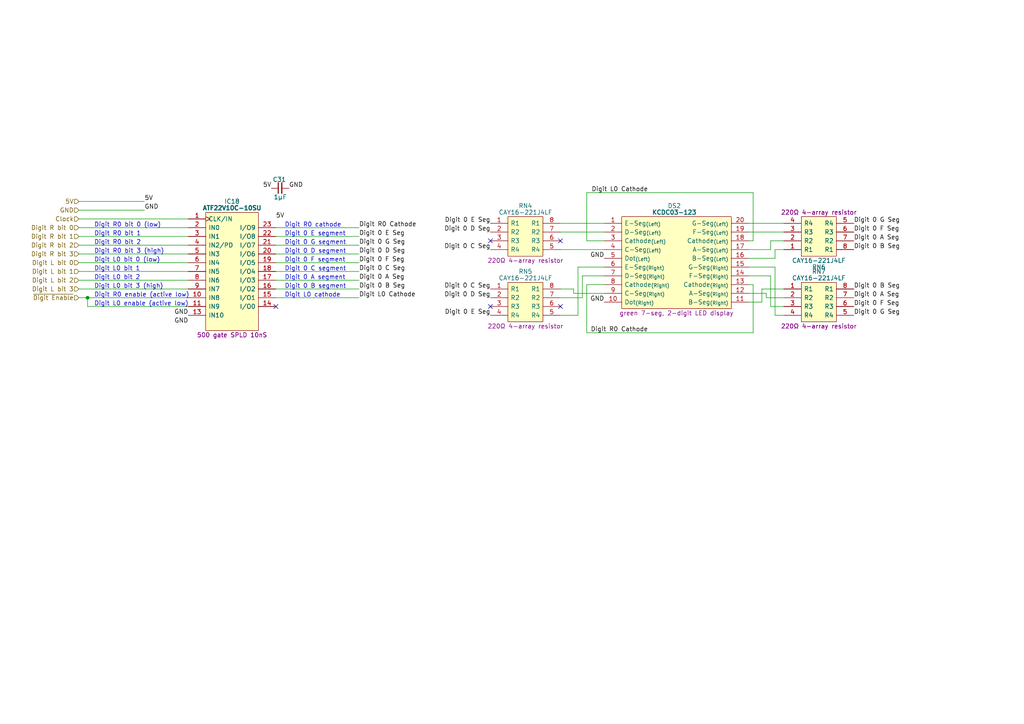
<source format=kicad_sch>
(kicad_sch (version 20230121) (generator eeschema)
  (paper "A4")
  (lib_symbols
    (symbol "Bourns:CAY16-221J4LF" (pin_names (offset 0.762))
      (property "Reference" "RN" (at 10.16 5.08 0))
      (property "Value" "CAY16-221J4LF" (at 10.16 3.175 0))
      (property "Description" "220Ω 4-array resistor" (at 10.16 -10.795 0))
      (symbol "CAY16-221J4LF_0_0"
        (pin passive line (at 0 0 0) (length 5.08) (name "R1") (number "1"))
        (pin passive line (at 0 -2.54 0) (length 5.08) (name "R2") (number "2"))
        (pin passive line (at 0 -5.08 0) (length 5.08) (name "R3") (number "3"))
        (pin passive line (at 0 -7.62 0) (length 5.08) (name "R4") (number "4"))
        (pin passive line (at 20.32 -7.62 180) (length 5.08) (name "R4") (number "5"))
        (pin passive line (at 20.32 -5.08 180) (length 5.08) (name "R3") (number "6"))
        (pin passive line (at 20.32 -2.54 180) (length 5.08) (name "R2") (number "7"))
        (pin passive line (at 20.32 0 180) (length 5.08) (name "R1") (number "8"))
      )
      (symbol "CAY16-221J4LF_0_1"
        (polyline (pts (xy 5.08 1.905) (xy 15.24 1.905) (xy 15.24 -9.525) (xy 5.08 -9.525) (xy 5.08 1.905)) (stroke (width 0.1524)) (fill (type background)))
      )
    )
    (symbol "HCP65:C_0805" (pin_numbers hide) (pin_names (offset 0.254) hide)
      (property "Reference" "C" (at 2.286 2.54 0))
      (property "Value" "?μF" (at 2.54 -2.54 0))
      (symbol "C_0805_0_1"
        (polyline (pts (xy 1.9685 -1.4605) (xy 1.9685 1.5875)) (stroke (width 0.3048)))
        (polyline (pts (xy 2.9845 -1.4605) (xy 2.9845 1.5875)) (stroke (width 0.3302)))
      )
      (symbol "C_0805_1_1"
        (pin passive line (at 0 0 0) (length 2.032) (name "~") (number "1"))
        (pin passive line (at 5.08 0 180) (length 2.032) (name "~") (number "2"))
      )
    )
    (symbol "Kingbright:KCDC03-123" (pin_names (offset 0.762))
      (property "Reference" "DS" (at 20.32 5.08 0))
      (property "Value" "KCDC03-123" (at 20.32 3.175 0))
      (property "Description" "green 7-seg, 2-digit LED display" (at 20.955 -26.035 0))
      (symbol "KCDC03-123_0_0"
        (pin input line (at 0 0 0) (length 5.08) (name "E-Seg_{(Left)}") (number "1"))
        (pin input line (at 0 -22.86 0) (length 5.08) (name "Dot_{(Right)}") (number "10"))
        (pin input line (at 41.91 -22.86 180) (length 5.08) (name "B-Seg_{(Right)}") (number "11"))
        (pin input line (at 41.91 -20.32 180) (length 5.08) (name "A-Seg_{(Right)}") (number "12"))
        (pin passive line (at 41.91 -17.78 180) (length 5.08) (name "Cathode_{(Right)}") (number "13"))
        (pin input line (at 41.91 -15.24 180) (length 5.08) (name "F-Seg_{(Right)}") (number "14"))
        (pin input line (at 41.91 -12.7 180) (length 5.08) (name "G-Seg_{(Right)}") (number "15"))
        (pin input line (at 41.91 -10.16 180) (length 5.08) (name "B-Seg_{(Left)}") (number "16"))
        (pin input line (at 41.91 -7.62 180) (length 5.08) (name "A-Seg_{(Left)}") (number "17"))
        (pin passive line (at 41.91 -5.08 180) (length 5.08) (name "Cathode_{(Left)}") (number "18"))
        (pin input line (at 41.91 -2.54 180) (length 5.08) (name "F-Seg_{(Left)}") (number "19"))
        (pin input line (at 0 -2.54 0) (length 5.08) (name "D-Seg_{(Left)}") (number "2"))
        (pin input line (at 41.91 0 180) (length 5.08) (name "G-Seg_{(Left)}") (number "20"))
        (pin passive line (at 0 -5.08 0) (length 5.08) (name "Cathode_{(Left)}") (number "3"))
        (pin input line (at 0 -7.62 0) (length 5.08) (name "C-Seg_{(Left)}") (number "4"))
        (pin input line (at 0 -10.16 0) (length 5.08) (name "Dot_{(Left)}") (number "5"))
        (pin input line (at 0 -12.7 0) (length 5.08) (name "E-Seg_{(Right)}") (number "6"))
        (pin input line (at 0 -15.24 0) (length 5.08) (name "D-Seg_{(Right)}") (number "7"))
        (pin passive line (at 0 -17.78 0) (length 5.08) (name "Cathode_{(Right)}") (number "8"))
        (pin input line (at 0 -20.32 0) (length 5.08) (name "C-Seg_{(Right)}") (number "9"))
      )
      (symbol "KCDC03-123_0_1"
        (polyline (pts (xy 5.08 1.905) (xy 36.83 1.905) (xy 36.83 -24.765) (xy 5.08 -24.765) (xy 5.08 1.905)) (stroke (width 0.1524)) (fill (type background)))
      )
    )
    (symbol "Microchip:ATF22V10C-10SU" (pin_names (offset 0.762))
      (property "Reference" "IC" (at 12.7 5.08 0))
      (property "Value" "ATF22V10C-10SU" (at 12.7 3.175 0))
      (property "Description" "500 gate SPLD 10nS" (at 12.7 -33.655 0))
      (symbol "ATF22V10C-10SU_0_0"
        (pin input clock (at 0 0 0) (length 5.08) (name "CLK/IN") (number "1"))
        (pin input line (at 0 -22.86 0) (length 5.08) (name "IN8") (number "10"))
        (pin input line (at 0 -25.4 0) (length 5.08) (name "IN9") (number "11"))
        (pin passive line (at 0 -30.48 0) (length 5.08) hide (name "GND") (number "12"))
        (pin input line (at 0 -27.94 0) (length 5.08) (name "IN10") (number "13"))
        (pin bidirectional line (at 25.4 -25.4 180) (length 5.08) (name "I/O0") (number "14"))
        (pin bidirectional line (at 25.4 -22.86 180) (length 5.08) (name "I/O1") (number "15"))
        (pin bidirectional line (at 25.4 -20.32 180) (length 5.08) (name "I/O2") (number "16"))
        (pin bidirectional line (at 25.4 -17.78 180) (length 5.08) (name "I/O3") (number "17"))
        (pin bidirectional line (at 25.4 -15.24 180) (length 5.08) (name "I/O4") (number "18"))
        (pin bidirectional line (at 25.4 -12.7 180) (length 5.08) (name "I/O5") (number "19"))
        (pin input line (at 0 -2.54 0) (length 5.08) (name "IN0") (number "2"))
        (pin bidirectional line (at 25.4 -10.16 180) (length 5.08) (name "I/O6") (number "20"))
        (pin bidirectional line (at 25.4 -7.62 180) (length 5.08) (name "I/O7") (number "21"))
        (pin bidirectional line (at 25.4 -5.08 180) (length 5.08) (name "I/O8") (number "22"))
        (pin bidirectional line (at 25.4 -2.54 180) (length 5.08) (name "I/O9") (number "23"))
        (pin passive line (at 25.4 0 180) (length 5.08) hide (name "5V") (number "24"))
        (pin input line (at 0 -5.08 0) (length 5.08) (name "IN1") (number "3"))
        (pin input line (at 0 -7.62 0) (length 5.08) (name "IN2/PD") (number "4"))
        (pin input line (at 0 -10.16 0) (length 5.08) (name "IN3") (number "5"))
        (pin input line (at 0 -12.7 0) (length 5.08) (name "IN4") (number "6"))
        (pin input line (at 0 -15.24 0) (length 5.08) (name "IN5") (number "7"))
        (pin input line (at 0 -17.78 0) (length 5.08) (name "IN6") (number "8"))
        (pin input line (at 0 -20.32 0) (length 5.08) (name "IN7") (number "9"))
      )
      (symbol "ATF22V10C-10SU_0_1"
        (polyline (pts (xy 5.08 1.905) (xy 20.32 1.905) (xy 20.32 -32.385) (xy 5.08 -32.385) (xy 5.08 1.905)) (stroke (width 0.1524)) (fill (type background)))
      )
    )
  )
  (junction (at 25.4 86.36))
  (no_connect (at 80.01 88.9))
  (no_connect (at 162.56 69.85))
  (no_connect (at 142.24 88.9))
  (no_connect (at 142.24 69.85))
  (no_connect (at 162.56 88.9))
  (wire (pts (xy 224.79 74.93) (xy 224.79 72.39)))
  (wire (pts (xy 223.52 88.9) (xy 227.33 88.9)))
  (wire (pts (xy 162.56 72.39) (xy 175.26 72.39)))
  (wire (pts (xy 217.17 85.09) (xy 222.25 85.09)))
  (wire (pts (xy 170.18 55.88) (xy 170.18 69.85)))
  (wire (pts (xy 168.91 86.36) (xy 162.56 86.36)))
  (wire (pts (xy 217.17 80.01) (xy 223.52 80.01)))
  (wire (pts (xy 25.4 86.36) (xy 54.61 86.36)))
  (wire (pts (xy 22.86 60.96) (xy 41.91 60.96)))
  (wire (pts (xy 168.91 80.01) (xy 168.91 86.36)))
  (wire (pts (xy 166.37 83.82) (xy 162.56 83.82)))
  (wire (pts (xy 22.86 71.12) (xy 54.61 71.12)))
  (wire (pts (xy 104.14 86.36) (xy 80.01 86.36)))
  (wire (pts (xy 217.17 82.55) (xy 218.44 82.55)))
  (wire (pts (xy 224.79 72.39) (xy 227.33 72.39)))
  (wire (pts (xy 22.86 58.42) (xy 41.91 58.42)))
  (wire (pts (xy 217.17 67.31) (xy 227.33 67.31)))
  (wire (pts (xy 222.25 85.09) (xy 222.25 86.36)))
  (wire (pts (xy 224.79 77.47) (xy 224.79 91.44)))
  (wire (pts (xy 217.17 87.63) (xy 220.98 87.63)))
  (wire (pts (xy 104.14 78.74) (xy 80.01 78.74)))
  (wire (pts (xy 217.17 72.39) (xy 223.52 72.39)))
  (wire (pts (xy 220.98 83.82) (xy 220.98 87.63)))
  (wire (pts (xy 166.37 85.09) (xy 175.26 85.09)))
  (wire (pts (xy 22.86 63.5) (xy 54.61 63.5)))
  (wire (pts (xy 170.18 82.55) (xy 175.26 82.55)))
  (wire (pts (xy 104.14 71.12) (xy 80.01 71.12)))
  (wire (pts (xy 217.17 77.47) (xy 224.79 77.47)))
  (wire (pts (xy 22.86 86.36) (xy 25.4 86.36)))
  (wire (pts (xy 170.18 96.52) (xy 218.44 96.52)))
  (wire (pts (xy 167.64 77.47) (xy 167.64 91.44)))
  (wire (pts (xy 223.52 80.01) (xy 223.52 88.9)))
  (wire (pts (xy 25.4 88.9) (xy 54.61 88.9)))
  (wire (pts (xy 104.14 76.2) (xy 80.01 76.2)))
  (wire (pts (xy 170.18 82.55) (xy 170.18 96.52)))
  (wire (pts (xy 224.79 91.44) (xy 227.33 91.44)))
  (wire (pts (xy 218.44 69.85) (xy 218.44 55.88)))
  (wire (pts (xy 22.86 66.04) (xy 54.61 66.04)))
  (wire (pts (xy 162.56 64.77) (xy 175.26 64.77)))
  (wire (pts (xy 227.33 83.82) (xy 220.98 83.82)))
  (wire (pts (xy 22.86 81.28) (xy 54.61 81.28)))
  (wire (pts (xy 223.52 69.85) (xy 227.33 69.85)))
  (wire (pts (xy 170.18 69.85) (xy 175.26 69.85)))
  (wire (pts (xy 217.17 64.77) (xy 227.33 64.77)))
  (wire (pts (xy 162.56 67.31) (xy 175.26 67.31)))
  (wire (pts (xy 22.86 73.66) (xy 54.61 73.66)))
  (wire (pts (xy 166.37 85.09) (xy 166.37 83.82)))
  (wire (pts (xy 175.26 80.01) (xy 168.91 80.01)))
  (wire (pts (xy 217.17 69.85) (xy 218.44 69.85)))
  (wire (pts (xy 222.25 86.36) (xy 227.33 86.36)))
  (wire (pts (xy 22.86 68.58) (xy 54.61 68.58)))
  (wire (pts (xy 104.14 68.58) (xy 80.01 68.58)))
  (wire (pts (xy 170.18 55.88) (xy 218.44 55.88)))
  (wire (pts (xy 22.86 83.82) (xy 54.61 83.82)))
  (wire (pts (xy 104.14 83.82) (xy 80.01 83.82)))
  (wire (pts (xy 175.26 77.47) (xy 167.64 77.47)))
  (wire (pts (xy 104.14 73.66) (xy 80.01 73.66)))
  (wire (pts (xy 22.86 78.74) (xy 54.61 78.74)))
  (wire (pts (xy 22.86 76.2) (xy 54.61 76.2)))
  (wire (pts (xy 25.4 86.36) (xy 25.4 88.9)))
  (wire (pts (xy 218.44 96.52) (xy 218.44 82.55)))
  (wire (pts (xy 217.17 74.93) (xy 224.79 74.93)))
  (wire (pts (xy 167.64 91.44) (xy 162.56 91.44)))
  (wire (pts (xy 104.14 66.04) (xy 80.01 66.04)))
  (wire (pts (xy 104.14 81.28) (xy 80.01 81.28)))
  (wire (pts (xy 223.52 72.39) (xy 223.52 69.85)))
  (text "Digit L0 enable (active low)" (at 27.305 88.9 0) (effects (font (size 1.27 1.27)) (justify left bottom)))
  (text "Digit R0 bit 3 (high)" (at 27.305 73.66 0) (effects (font (size 1.27 1.27)) (justify left bottom)))
  (text "Digit 0 B segment" (at 82.55 83.82 0) (effects (font (size 1.27 1.27)) (justify left bottom)))
  (text "Digit 0 F segment" (at 82.55 76.2 0) (effects (font (size 1.27 1.27)) (justify left bottom)))
  (text "Digit R0 enable (active low)" (at 27.305 86.36 0) (effects (font (size 1.27 1.27)) (justify left bottom)))
  (text "Digit 0 C segment" (at 82.55 78.74 0) (effects (font (size 1.27 1.27)) (justify left bottom)))
  (text "Digit L0 cathode" (at 82.55 86.36 0) (effects (font (size 1.27 1.27)) (justify left bottom)))
  (text "Digit 0 E segment" (at 82.55 68.58 0) (effects (font (size 1.27 1.27)) (justify left bottom)))
  (text "Digit L0 bit 0 (low)" (at 27.305 76.2 0) (effects (font (size 1.27 1.27)) (justify left bottom)))
  (text "Digit L0 bit 2" (at 27.305 81.28 0) (effects (font (size 1.27 1.27)) (justify left bottom)))
  (text "Digit R0 cathode" (at 82.55 66.04 0) (effects (font (size 1.27 1.27)) (justify left bottom)))
  (text "Digit 0 A segment" (at 82.55 81.28 0) (effects (font (size 1.27 1.27)) (justify left bottom)))
  (text "Digit R0 bit 0 (low)" (at 27.305 66.04 0) (effects (font (size 1.27 1.27)) (justify left bottom)))
  (text "Digit 0 D segment" (at 82.55 73.66 0) (effects (font (size 1.27 1.27)) (justify left bottom)))
  (text "Digit R0 bit 1" (at 27.305 68.58 0) (effects (font (size 1.27 1.27)) (justify left bottom)))
  (text "Digit 0 G segment" (at 82.55 71.12 0) (effects (font (size 1.27 1.27)) (justify left bottom)))
  (text "Digit R0 bit 2\n" (at 27.305 71.12 0) (effects (font (size 1.27 1.27)) (justify left bottom)))
  (text "Digit L0 bit 3 (high)" (at 27.305 83.82 0) (effects (font (size 1.27 1.27)) (justify left bottom)))
  (text "Digit L0 bit 1" (at 27.305 78.74 0) (effects (font (size 1.27 1.27)) (justify left bottom)))
  (label "Digit R0 Cathode" (at 104.14 66.04 0))
  (label "Digit 0 E Seg" (at 142.24 91.44 180))
  (label "Digit 0 B Seg" (at 247.65 83.82 0))
  (label "Digit 0 C Seg" (at 104.14 78.74 0))
  (label "Digit 0 E Seg" (at 104.14 68.58 0))
  (label "Digit 0 D Seg" (at 142.24 86.36 180))
  (label "5V" (at 80.01 63.5 0))
  (label "Digit 0 D Seg" (at 142.24 67.31 180))
  (label "5V" (at 41.91 58.42 0))
  (label "Digit 0 A Seg" (at 247.65 86.36 0))
  (label "GND" (at 83.82 54.61 0))
  (label "Digit 0 G Seg" (at 104.14 71.12 0))
  (label "Digit 0 A Seg" (at 104.14 81.28 0))
  (label "Digit L0 Cathode" (at 187.96 55.88 180))
  (label "Digit 0 D Seg" (at 104.14 73.66 0))
  (label "Digit 0 A Seg" (at 247.65 69.85 0))
  (label "Digit 0 G Seg" (at 247.65 91.44 0))
  (label "GND" (at 175.26 87.63 180))
  (label "Digit 0 F Seg" (at 104.14 76.2 0))
  (label "Digit 0 F Seg" (at 247.65 88.9 0))
  (label "GND" (at 175.26 74.93 180))
  (label "Digit 0 B Seg" (at 104.14 83.82 0))
  (label "Digit 0 C Seg" (at 142.24 72.39 180))
  (label "Digit 0 G Seg" (at 247.65 64.77 0))
  (label "GND" (at 54.61 91.44 180))
  (label "GND" (at 54.61 93.98 180))
  (label "Digit 0 C Seg" (at 142.24 83.82 180))
  (label "Digit 0 F Seg" (at 247.65 67.31 0))
  (label "Digit 0 E Seg" (at 142.24 64.77 180))
  (label "5V" (at 78.74 54.61 180))
  (label "Digit R0 Cathode" (at 187.96 96.52 180))
  (label "GND" (at 41.91 60.96 0))
  (label "Digit L0 Cathode" (at 104.14 86.36 0))
  (label "Digit 0 B Seg" (at 247.65 72.39 0))
  (hierarchical_label "~{Digit Enable}" (shape input) (at 22.86 86.36 180))
  (hierarchical_label "Clock" (shape input) (at 22.86 63.5 180))
  (hierarchical_label "Digit R bit 3" (shape input) (at 22.86 73.66 180))
  (hierarchical_label "Digit R bit 0" (shape input) (at 22.86 66.04 180))
  (hierarchical_label "Digit L bit 3" (shape input) (at 22.86 83.82 180))
  (hierarchical_label "5V" (shape input) (at 22.86 58.42 180))
  (hierarchical_label "Digit L bit 2" (shape input) (at 22.86 81.28 180))
  (hierarchical_label "GND" (shape input) (at 22.86 60.96 180))
  (hierarchical_label "Digit R bit 2" (shape input) (at 22.86 71.12 180))
  (hierarchical_label "Digit L bit 1" (shape input) (at 22.86 78.74 180))
  (hierarchical_label "Digit R bit 1" (shape input) (at 22.86 68.58 180))
  (hierarchical_label "Digit L bit 0" (shape input) (at 22.86 76.2 180))
  (symbol (lib_id "Bourns:CAY16-221J4LF") (at 142.24 64.77 0) (unit 1)
    (property "Reference" "RN4" (at 152.4 59.69 0))
    (property "Value" "CAY16-221J4LF" (at 152.4 61.595 0))
    (property "Footprint" "CAY1647R0F4LF" (effects hide))
    (property "Datasheet" "https://www.bourns.com/docs/Product-Datasheets/CATCAY.pdf" (effects hide))
    (property "Description" "220Ω 4-array resistor" (at 152.4 75.565 0))
    (property "Height" "0.6" (effects hide))
    (property "Manufacturer_Name" "Bourns" (effects hide))
    (property "Manufacturer_Part_Number" "CAY16-221J4LF" (effects hide))
    (property "Mouser Part Number" "652-CAY16-221J4LF" (effects hide))
    (property "Mouser Price/Stock" "https://www.mouser.co.uk/ProductDetail/Bourns/CAY16-221J4LF?qs=BKfsZh40Pd9sAo64tUrb9Q%3D%3D" (effects hide))
    (property "Arrow Part Number" "CAY16-221J4LF" (effects hide))
    (property "Arrow Price/Stock" "https://www.arrow.com/en/products/cay16-221j4lf/bourns?region=nac" (effects hide))
    (property "Silkscreen" "220Ω" (effects hide))
    (instances (project "W65C816 Debug Display" (path "" (reference "RN4") (unit 1)) (path "" (reference "RN16") (unit 1)) (path "" (reference "RN8") (unit 1)) (path "" (reference "RN12") (unit 1))))
  )
  (symbol (lib_id "Bourns:CAY16-221J4LF") (at 227.33 83.82 0) (unit 1)
    (property "Reference" "RN7" (at 237.49 78.74 0))
    (property "Value" "CAY16-221J4LF" (at 237.49 80.645 0))
    (property "Footprint" "CAY1647R0F4LF" (effects hide))
    (property "Datasheet" "https://www.bourns.com/docs/Product-Datasheets/CATCAY.pdf" (effects hide))
    (property "Description" "220Ω 4-array resistor" (at 237.49 94.615 0))
    (property "Height" "0.6" (effects hide))
    (property "Manufacturer_Name" "Bourns" (effects hide))
    (property "Manufacturer_Part_Number" "CAY16-221J4LF" (effects hide))
    (property "Mouser Part Number" "652-CAY16-221J4LF" (effects hide))
    (property "Mouser Price/Stock" "https://www.mouser.co.uk/ProductDetail/Bourns/CAY16-221J4LF?qs=BKfsZh40Pd9sAo64tUrb9Q%3D%3D" (effects hide))
    (property "Arrow Part Number" "CAY16-221J4LF" (effects hide))
    (property "Arrow Price/Stock" "https://www.arrow.com/en/products/cay16-221j4lf/bourns?region=nac" (effects hide))
    (property "Silkscreen" "220Ω" (effects hide))
    (instances (project "W65C816 Debug Display" (path "" (reference "RN7") (unit 1)) (path "" (reference "RN19") (unit 1)) (path "" (reference "RN11") (unit 1)) (path "" (reference "RN15") (unit 1))))
  )
  (symbol (lib_id "HCP65:C_0805") (at 78.74 54.61 0) (unit 1)
    (property "Reference" "C31" (at 81.026 52.07 0))
    (property "Value" "1μF" (at 81.28 57.15 0))
    (property "Footprint" "SamacSys_Parts:C_0805" (effects hide))
    (instances (project "W65C816 Debug Display" (path "" (reference "C31") (unit 1)) (path "" (reference "C37") (unit 1)) (path "" (reference "C33") (unit 1)) (path "" (reference "C35") (unit 1))))
  )
  (symbol (lib_id "Bourns:CAY16-221J4LF") (at 142.24 83.82 0) (unit 1)
    (property "Reference" "RN5" (at 152.4 78.74 0))
    (property "Value" "CAY16-221J4LF" (at 152.4 80.645 0))
    (property "Footprint" "CAY1647R0F4LF" (effects hide))
    (property "Datasheet" "https://www.bourns.com/docs/Product-Datasheets/CATCAY.pdf" (effects hide))
    (property "Description" "220Ω 4-array resistor" (at 152.4 94.615 0))
    (property "Height" "0.6" (effects hide))
    (property "Manufacturer_Name" "Bourns" (effects hide))
    (property "Manufacturer_Part_Number" "CAY16-221J4LF" (effects hide))
    (property "Mouser Part Number" "652-CAY16-221J4LF" (effects hide))
    (property "Mouser Price/Stock" "https://www.mouser.co.uk/ProductDetail/Bourns/CAY16-221J4LF?qs=BKfsZh40Pd9sAo64tUrb9Q%3D%3D" (effects hide))
    (property "Arrow Part Number" "CAY16-221J4LF" (effects hide))
    (property "Arrow Price/Stock" "https://www.arrow.com/en/products/cay16-221j4lf/bourns?region=nac" (effects hide))
    (property "Silkscreen" "220Ω" (effects hide))
    (instances (project "W65C816 Debug Display" (path "" (reference "RN5") (unit 1)) (path "" (reference "RN17") (unit 1)) (path "" (reference "RN9") (unit 1)) (path "" (reference "RN13") (unit 1))))
  )
  (symbol (lib_id "Bourns:CAY16-221J4LF") (at 227.33 72.39 0) (mirror x) (unit 1)
    (property "Reference" "RN6" (at 237.49 77.47 0))
    (property "Value" "CAY16-221J4LF" (at 237.49 75.565 0))
    (property "Footprint" "CAY1647R0F4LF" (effects hide))
    (property "Datasheet" "https://www.bourns.com/docs/Product-Datasheets/CATCAY.pdf" (effects hide))
    (property "Description" "220Ω 4-array resistor" (at 237.49 61.595 0))
    (property "Height" "0.6" (effects hide))
    (property "Manufacturer_Name" "Bourns" (effects hide))
    (property "Manufacturer_Part_Number" "CAY16-221J4LF" (effects hide))
    (property "Mouser Part Number" "652-CAY16-221J4LF" (effects hide))
    (property "Mouser Price/Stock" "https://www.mouser.co.uk/ProductDetail/Bourns/CAY16-221J4LF?qs=BKfsZh40Pd9sAo64tUrb9Q%3D%3D" (effects hide))
    (property "Arrow Part Number" "CAY16-221J4LF" (effects hide))
    (property "Arrow Price/Stock" "https://www.arrow.com/en/products/cay16-221j4lf/bourns?region=nac" (effects hide))
    (property "Silkscreen" "220Ω" (effects hide))
    (instances (project "W65C816 Debug Display" (path "" (reference "RN6") (unit 1)) (path "" (reference "RN18") (unit 1)) (path "" (reference "RN10") (unit 1)) (path "" (reference "RN14") (unit 1))))
  )
  (symbol (lib_id "Kingbright:KCDC03-123") (at 175.26 64.77 0) (unit 1)
    (property "Reference" "DS2" (at 195.58 59.69 0))
    (property "Value" "KCDC03-123" (at 195.58 61.595 0) (effects (font bold)))
    (property "Footprint" "KCDC03123" (effects hide))
    (property "Datasheet" "http://www.kingbright.com/attachments/file/psearch/000/00/20160808bak/KCDC03-123(Ver.10A).pdf" (effects hide))
    (property "Description" "green 7-seg, 2-digit LED display" (at 196.215 90.805 0))
    (property "Height" "4.1" (effects hide))
    (property "Manufacturer_Name" "Kingbright" (effects hide))
    (property "Manufacturer_Part_Number" "KCDC03-123" (effects hide))
    (property "Mouser Part Number" "N/A" (effects hide))
    (property "Mouser Price/Stock" "http://www.mouser.com/Search/ProductDetail.aspx?qs=2JU0tDl2GZ3i3Ngnh7RV3w%3d%3d" (effects hide))
    (instances (project "W65C816 Debug Display" (path "" (reference "DS2") (unit 1)) (path "" (reference "DS5") (unit 1)) (path "" (reference "DS3") (unit 1)) (path "" (reference "DS4") (unit 1))))
  )
  (symbol (lib_id "Microchip:ATF22V10C-10SU") (at 54.61 63.5 0) (unit 1)
    (property "Reference" "IC18" (at 67.31 58.42 0))
    (property "Value" "ATF22V10C-10SU" (at 67.31 60.325 0) (effects (font bold)))
    (property "Footprint" "SOIC127P1032X265-24N" (effects hide))
    (property "Datasheet" "https://ww1.microchip.com/downloads/en/DeviceDoc/doc0735.pdf" (effects hide))
    (property "Description" "500 gate SPLD 10nS" (at 67.31 97.155 0))
    (property "Height" "2.65" (effects hide))
    (property "Manufacturer_Name" "Microchip" (effects hide))
    (property "Manufacturer_Part_Number" "ATF22V10C-10SU" (effects hide))
    (property "Mouser Part Number" "556-ATF22V10C-10SU" (effects hide))
    (property "Mouser Price/Stock" "https://www.mouser.co.uk/ProductDetail/Microchip-Technology/ATF22V10C-10SU?qs=5h0i3Kr%252BAn1OOXkPIe2X2A%3D%3D" (effects hide))
    (property "Arrow Part Number" "ATF22V10C-10SU" (effects hide))
    (property "Arrow Price/Stock" "https://www.arrow.com/en/products/atf22v10c-10su/microchip-technology?region=nac" (effects hide))
    (instances (project "W65C816 Debug Display" (path "" (reference "IC18") (unit 1)) (path "" (reference "IC21") (unit 1)) (path "" (reference "IC19") (unit 1)) (path "" (reference "IC20") (unit 1))))
  )
)
</source>
